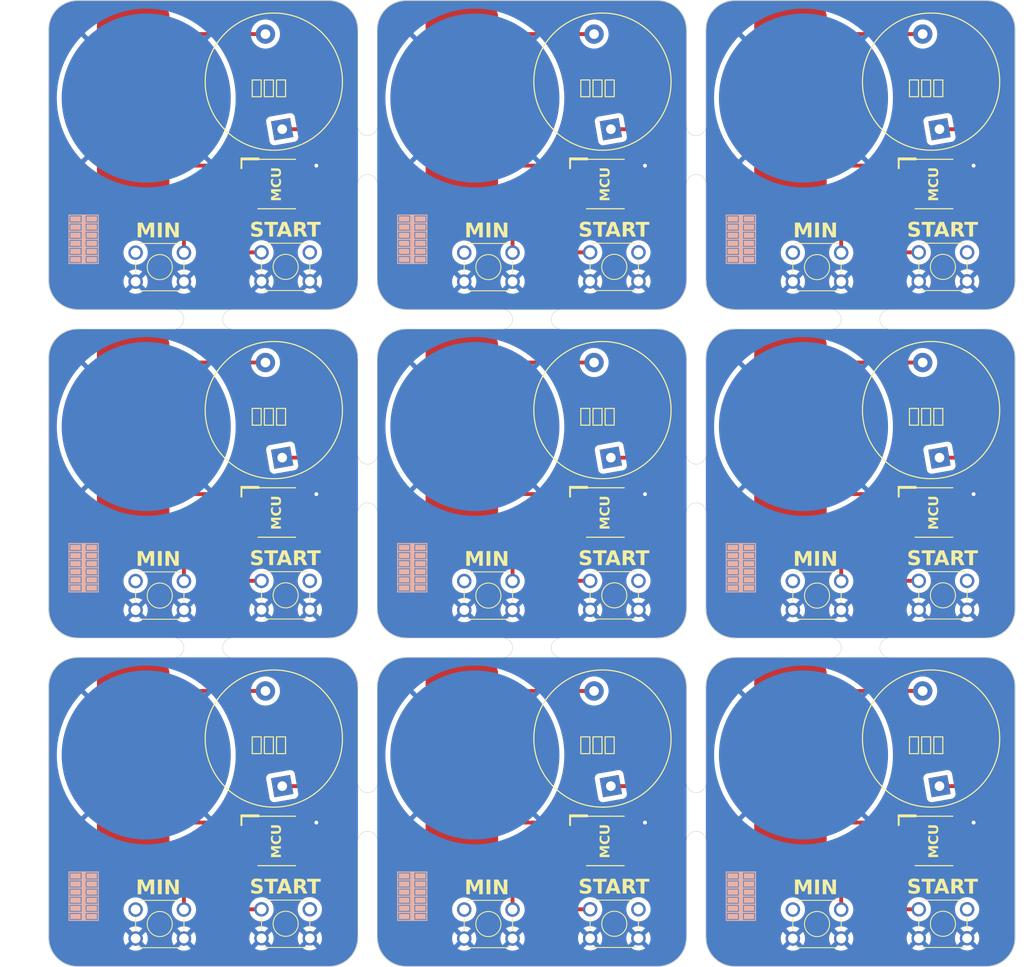
<source format=kicad_pcb>
(kicad_pcb (version 20221018) (generator pcbnew)
  (layers (0 "F.Cu" signal) (31 "B.Cu" signal) (34 "B.Paste" user) (35 "F.Paste" user) (36 "B.SilkS" user "B.Silkscreen") (37 "F.SilkS" user "F.Silkscreen") (38 "B.Mask" user) (39 "F.Mask" user) (44 "Edge.Cuts" user))
  (net 0 "")
  (net 1 "+3V0")
  (net 2 "GND")
  (net 3 "Net-(BZ1--)")
  (net 4 "Net-(IC1-PA7)")
  (net 5 "Net-(IC1-PA6)")
  (footprint "clover_timer:CR2032_Plus" (layer "F.Cu") (at 124 60.5)
    (fp_text reference "J3" hide)
    (fp_text value "CR2032_Plus")
  )
  (footprint "Buzzer_Beeper:Buzzer_D14mm_H7mm_P10mm" (layer "F.Cu") (at 148.168241 131.324039 100)
    (fp_text reference "BZ8" hide)
    (fp_text value "Buzzer")
  )
  (footprint "clover_timer:SW_TS4548CJ" (layer "F.Cu") (at 112.025 144.075)
    (fp_text reference "SW14" hide)
    (fp_text value "SW_Push")
  )
  (footprint "clover_timer:CR2032_Plus" (layer "F.Cu") (at 90 128.5)
    (fp_text reference "J13" hide)
    (fp_text value "CR2032_Plus")
  )
  (footprint "clover_timer:CR2032_Plus" (layer "F.Cu") (at 90 94.5)
    (fp_text reference "J7" hide)
    (fp_text value "CR2032_Plus")
  )
  (footprint "clover_timer:SW_TS4548CJ" (layer "F.Cu") (at 146.025 144.075)
    (fp_text reference "SW16" hide)
    (fp_text value "SW_Push")
  )
  (footprint "Package_SO:SOP-8_3.9x4.9mm_P1.27mm" (layer "F.Cu") (at 181.6 69)
    (fp_text reference "IC3" hide)
    (fp_text value "PMS150G-S08")
  )
  (footprint "clover_timer:SW_TS4548CJ" (layer "F.Cu") (at 133 110.1)
    (fp_text reference "SW9" hide)
    (fp_text value "SW_Push")
  )
  (footprint "clover_timer:SW_TS4548CJ" (layer "F.Cu") (at 167 76.1)
    (fp_text reference "SW5" hide)
    (fp_text value "SW_Push")
  )
  (footprint "clover_timer:SW_TS4548CJ" (layer "F.Cu") (at 167 110.1)
    (fp_text reference "SW11" hide)
    (fp_text value "SW_Push")
  )
  (footprint "Package_SO:SOP-8_3.9x4.9mm_P1.27mm" (layer "F.Cu") (at 147.6 103)
    (fp_text reference "IC5" hide)
    (fp_text value "PMS150G-S08")
  )
  (footprint "clover_timer:SW_TS4548CJ" (layer "F.Cu") (at 112.025 76.075)
    (fp_text reference "SW2" hide)
    (fp_text value "SW_Push")
  )
  (footprint "clover_timer:CR2032_Plus" (layer "F.Cu") (at 124 94.5)
    (fp_text reference "J9" hide)
    (fp_text value "CR2032_Plus")
  )
  (footprint "clover_timer:SW_TS4548CJ" (layer "F.Cu") (at 180.025 144.075)
    (fp_text reference "SW18" hide)
    (fp_text value "SW_Push")
  )
  (footprint "clover_timer:SW_TS4548CJ" (layer "F.Cu") (at 99 110.1)
    (fp_text reference "SW7" hide)
    (fp_text value "SW_Push")
  )
  (footprint "clover_timer:SW_TS4548CJ" (layer "F.Cu") (at 146.025 110.075)
    (fp_text reference "SW10" hide)
    (fp_text value "SW_Push")
  )
  (footprint "clover_timer:SW_TS4548CJ" (layer "F.Cu") (at 167 144.1)
    (fp_text reference "SW17" hide)
    (fp_text value "SW_Push")
  )
  (footprint "clover_timer:CR2032_Plus" (layer "F.Cu") (at 124 128.5)
    (fp_text reference "J15" hide)
    (fp_text value "CR2032_Plus")
  )
  (footprint "Package_SO:SOP-8_3.9x4.9mm_P1.27mm" (layer "F.Cu") (at 147.6 69)
    (fp_text reference "IC2" hide)
    (fp_text value "PMS150G-S08")
  )
  (footprint "clover_timer:SW_TS4548CJ" (layer "F.Cu") (at 99 144.1)
    (fp_text reference "SW13" hide)
    (fp_text value "SW_Push")
  )
  (footprint "clover_timer:SW_TS4548CJ" (layer "F.Cu") (at 133 76.1)
    (fp_text reference "SW3" hide)
    (fp_text value "SW_Push")
  )
  (footprint "Buzzer_Beeper:Buzzer_D14mm_H7mm_P10mm" (layer "F.Cu") (at 148.168241 97.324039 100)
    (fp_text reference "BZ5" hide)
    (fp_text value "Buzzer")
  )
  (footprint "clover_timer:CR2032_Plus" (layer "F.Cu") (at 90 60.5)
    (fp_text reference "J1" hide)
    (fp_text value "CR2032_Plus")
  )
  (footprint "Buzzer_Beeper:Buzzer_D14mm_H7mm_P10mm" (layer "F.Cu") (at 182.168241 131.324039 100)
    (fp_text reference "BZ9" hide)
    (fp_text value "Buzzer")
  )
  (footprint "Buzzer_Beeper:Buzzer_D14mm_H7mm_P10mm" (layer "F.Cu") (at 114.168241 131.324039 100)
    (fp_text reference "BZ7" hide)
    (fp_text value "Buzzer")
  )
  (footprint "clover_timer:SW_TS4548CJ" (layer "F.Cu") (at 112.025 110.075)
    (fp_text reference "SW8" hide)
    (fp_text value "SW_Push")
  )
  (footprint "Package_SO:SOP-8_3.9x4.9mm_P1.27mm" (layer "F.Cu") (at 147.6 137)
    (fp_text reference "IC8" hide)
    (fp_text value "PMS150G-S08")
  )
  (footprint "Package_SO:SOP-8_3.9x4.9mm_P1.27mm" (layer "F.Cu") (at 113.6 69)
    (fp_text reference "IC1" hide)
    (fp_text value "PMS150G-S08")
  )
  (footprint "clover_timer:SW_TS4548CJ" (layer "F.Cu") (at 133 144.1)
    (fp_text reference "SW15" hide)
    (fp_text value "SW_Push")
  )
  (footprint "clover_timer:SW_TS4548CJ" (layer "F.Cu") (at 180.025 76.075)
    (fp_text reference "SW6" hide)
    (fp_text value "SW_Push")
  )
  (footprint "clover_timer:SW_TS4548CJ" (layer "F.Cu") (at 180.025 110.075)
    (fp_text reference "SW12" hide)
    (fp_text value "SW_Push")
  )
  (footprint "Package_SO:SOP-8_3.9x4.9mm_P1.27mm" (layer "F.Cu") (at 113.6 137)
    (fp_text reference "IC7" hide)
    (fp_text value "PMS150G-S08")
  )
  (footprint "clover_timer:SW_TS4548CJ" (layer "F.Cu") (at 146.025 76.075)
    (fp_text reference "SW4" hide)
    (fp_text value "SW_Push")
  )
  (footprint "clover_timer:SW_TS4548CJ" (layer "F.Cu") (at 99 76.1)
    (fp_text reference "SW1" hide)
    (fp_text value "SW_Push")
  )
  (footprint "Package_SO:SOP-8_3.9x4.9mm_P1.27mm" (layer "F.Cu") (at 181.6 103)
    (fp_text reference "IC6" hide)
    (fp_text value "PMS150G-S08")
  )
  (footprint "clover_timer:CR2032_Plus" (layer "F.Cu") (at 158 94.5)
    (fp_text reference "J11" hide)
    (fp_text value "CR2032_Plus")
  )
  (footprint "Package_SO:SOP-8_3.9x4.9mm_P1.27mm" (layer "F.Cu") (at 181.6 137)
    (fp_text reference "IC9" hide)
    (fp_text value "PMS150G-S08")
  )
  (footprint "Package_SO:SOP-8_3.9x4.9mm_P1.27mm" (layer "F.Cu") (at 113.6 103)
    (fp_text reference "IC4" hide)
    (fp_text value "PMS150G-S08")
  )
  (footprint "Buzzer_Beeper:Buzzer_D14mm_H7mm_P10mm" (layer "F.Cu") (at 114.168241 97.324039 100)
    (fp_text reference "BZ4" hide)
    (fp_text value "Buzzer")
  )
  (footprint "Buzzer_Beeper:Buzzer_D14mm_H7mm_P10mm" (layer "F.Cu") (at 114.168241 63.324039 100)
    (fp_text reference "BZ1" hide)
    (fp_text value "Buzzer")
  )
  (footprint "Buzzer_Beeper:Buzzer_D14mm_H7mm_P10mm" (layer "F.Cu") (at 182.168241 63.324039 100)
    (fp_text reference "BZ3" hide)
    (fp_text value "Buzzer")
  )
  (footprint "Buzzer_Beeper:Buzzer_D14mm_H7mm_P10mm" (layer "F.Cu") (at 148.168241 63.324039 100)
    (fp_text reference "BZ2" hide)
    (fp_text value "Buzzer")
  )
  (footprint "Buzzer_Beeper:Buzzer_D14mm_H7mm_P10mm" (layer "F.Cu") (at 182.168241 97.324039 100)
    (fp_text reference "BZ6" hide)
    (fp_text value "Buzzer")
  )
  (footprint "clover_timer:CR2032_Plus" (layer "F.Cu") (at 158 128.5)
    (fp_text reference "J17" hide)
    (fp_text value "CR2032_Plus")
  )
  (footprint "clover_timer:CR2032_Plus" (layer "F.Cu") (at 158 60.5)
    (fp_text reference "J5" hide)
    (fp_text value "CR2032_Plus")
  )
  (footprint "clover_timer:CR2032_GND" (layer "B.Cu") (at 134.1 60.1 180)
    (fp_text reference "J4" hide)
    (fp_text value "CR2032_Minus")
  )
  (footprint "clover_timer:CR2032_GND" (layer "B.Cu") (at 100.1 60.1 180)
    (fp_text reference "J2" hide)
    (fp_text value "CR2032_Minus")
  )
  (footprint "clover_timer:CR2032_GND" (layer "B.Cu") (at 100.1 94.1 180)
    (fp_text reference "J8" hide)
    (fp_text value "CR2032_Minus")
  )
  (footprint "clover_timer:CR2032_GND" (layer "B.Cu") (at 168.1 94.1 180)
    (fp_text reference "J12" hide)
    (fp_text value "CR2032_Minus")
  )
  (footprint "clover_timer:CR2032_GND" (layer "B.Cu") (at 134.1 94.1 180)
    (fp_text reference "J10" hide)
    (fp_text value "CR2032_Minus")
  )
  (footprint "clover_timer:CR2032_GND" (layer "B.Cu") (at 100.1 128.1 180)
    (fp_text reference "J14" hide)
    (fp_text value "CR2032_Minus")
  )
  (footprint "clover_timer:CR2032_GND" (layer "B.Cu") (at 134.1 128.1 180)
    (fp_text reference "J16" hide)
    (fp_text value "CR2032_Minus")
  )
  (footprint "clover_timer:CR2032_GND" (layer "B.Cu") (at 168.1 128.1 180)
    (fp_text reference "J18" hide)
    (fp_text value "CR2032_Minus")
  )
  (footprint "clover_timer:CR2032_GND" (layer "B.Cu") (at 168.1 60.1 180)
    (fp_text reference "J6" hide)
    (fp_text value "CR2032_Minus")
  )
  (gr_arc (start 153 118) (mid 155.12132 118.87868) (end 156 121) (stroke (width 0.1)) (layer "Edge.Cuts"))
  (gr_line (start 122 69) (end 122 79) (stroke (width 0.05)) (layer "Edge.Cuts"))
  (gr_line (start 137 82) (end 127 82) (stroke (width 0.05)) (layer "Edge.Cuts"))
  (gr_line (start 161 150) (end 187 150) (stroke (width 0.1)) (layer "Edge.Cuts"))
  (gr_line (start 127 150) (end 153 150) (stroke (width 0.1)) (layer "Edge.Cuts"))
  (gr_arc (start 161 116) (mid 158.87868 115.12132) (end 158 113) (stroke (width 0.1)) (layer "Edge.Cuts"))
  (gr_arc (start 124 121) (mid 124.87868 118.87868) (end 127 118) (stroke (width 0.1)) (layer "Edge.Cuts"))
  (gr_line (start 143 84) (end 153 84) (stroke (width 0.05)) (layer "Edge.Cuts"))
  (gr_arc (start 187 50) (mid 189.12132 50.87868) (end 190 53) (stroke (width 0.1)) (layer "Edge.Cuts"))
  (gr_line (start 109 118) (end 119 118) (stroke (width 0.05)) (layer "Edge.Cuts"))
  (gr_arc (start 156 113) (mid 155.12132 115.12132) (end 153 116) (stroke (width 0.1)) (layer "Edge.Cuts"))
  (gr_line (start 127 118) (end 137 118) (stroke (width 0.05)) (layer "Edge.Cuts"))
  (gr_arc (start 171 116) (mid 172 117) (end 171 118) (stroke (width 0.05)) (layer "Edge.Cuts"))
  (gr_arc (start 109 84) (mid 108 83) (end 109 82) (stroke (width 0.05)) (layer "Edge.Cuts"))
  (gr_arc (start 122 103) (mid 123 102) (end 124 103) (stroke (width 0.05)) (layer "Edge.Cuts"))
  (gr_arc (start 122 79) (mid 121.12132 81.12132) (end 119 82) (stroke (width 0.1)) (layer "Edge.Cuts"))
  (gr_arc (start 143 118) (mid 142 117) (end 143 116) (stroke (width 0.05)) (layer "Edge.Cuts"))
  (gr_line (start 93 150) (end 119 150) (stroke (width 0.1)) (layer "Edge.Cuts"))
  (gr_line (start 90 53) (end 90 79) (stroke (width 0.1)) (layer "Edge.Cuts"))
  (gr_arc (start 156 69) (mid 157 68) (end 158 69) (stroke (width 0.05)) (layer "Edge.Cuts"))
  (gr_arc (start 93 82) (mid 90.87868 81.12132) (end 90 79) (stroke (width 0.1)) (layer "Edge.Cuts"))
  (gr_line (start 122 87) (end 122 97) (stroke (width 0.05)) (layer "Edge.Cuts"))
  (gr_arc (start 93 116) (mid 90.87868 115.12132) (end 90 113) (stroke (width 0.1)) (layer "Edge.Cuts"))
  (gr_line (start 124 97) (end 124 87) (stroke (width 0.05)) (layer "Edge.Cuts"))
  (gr_line (start 171 116) (end 161 116) (stroke (width 0.05)) (layer "Edge.Cuts"))
  (gr_arc (start 143 84) (mid 142 83) (end 143 82) (stroke (width 0.05)) (layer "Edge.Cuts"))
  (gr_arc (start 156 103) (mid 157 102) (end 158 103) (stroke (width 0.05)) (layer "Edge.Cuts"))
  (gr_line (start 177 84) (end 187 84) (stroke (width 0.05)) (layer "Edge.Cuts"))
  (gr_line (start 171 82) (end 161 82) (stroke (width 0.05)) (layer "Edge.Cuts"))
  (gr_arc (start 161 150) (mid 158.87868 149.12132) (end 158 147) (stroke (width 0.1)) (layer "Edge.Cuts"))
  (gr_arc (start 156 79) (mid 155.12132 81.12132) (end 153 82) (stroke (width 0.1)) (layer "Edge.Cuts"))
  (gr_arc (start 127 116) (mid 124.87868 115.12132) (end 124 113) (stroke (width 0.1)) (layer "Edge.Cuts"))
  (gr_line (start 119 50) (end 93 50) (stroke (width 0.1)) (layer "Edge.Cuts"))
  (gr_line (start 143 116) (end 153 116) (stroke (width 0.05)) (layer "Edge.Cuts"))
  (gr_line (start 153 50) (end 127 50) (stroke (width 0.1)) (layer "Edge.Cuts"))
  (gr_arc (start 119 84) (mid 121.12132 84.87868) (end 122 87) (stroke (width 0.1)) (layer "Edge.Cuts"))
  (gr_arc (start 137 82) (mid 138 83) (end 137 84) (stroke (width 0.05)) (layer "Edge.Cuts"))
  (gr_line (start 124 131) (end 124 121) (stroke (width 0.05)) (layer "Edge.Cuts"))
  (gr_line (start 156 131) (end 156 121) (stroke (width 0.05)) (layer "Edge.Cuts"))
  (gr_arc (start 158 87) (mid 158.87868 84.87868) (end 161 84) (stroke (width 0.1)) (layer "Edge.Cuts"))
  (gr_arc (start 93 150) (mid 90.87868 149.12132) (end 90 147) (stroke (width 0.1)) (layer "Edge.Cuts"))
  (gr_line (start 158 147) (end 158 137) (stroke (width 0.05)) (layer "Edge.Cuts"))
  (gr_line (start 119 116) (end 109 116) (stroke (width 0.05)) (layer "Edge.Cuts"))
  (gr_line (start 90 121) (end 90 147) (stroke (width 0.1)) (layer "Edge.Cuts"))
  (gr_line (start 124 147) (end 124 137) (stroke (width 0.05)) (layer "Edge.Cuts"))
  (gr_line (start 109 82) (end 119 82) (stroke (width 0.05)) (layer "Edge.Cuts"))
  (gr_arc (start 90 53) (mid 90.87868 50.87868) (end 93 50) (stroke (width 0.1)) (layer "Edge.Cuts"))
  (gr_arc (start 122 69) (mid 123 68) (end 124 69) (stroke (width 0.05)) (layer "Edge.Cuts"))
  (gr_arc (start 171 82) (mid 172 83) (end 171 84) (stroke (width 0.05)) (layer "Edge.Cuts"))
  (gr_line (start 156 97) (end 156 87) (stroke (width 0.05)) (layer "Edge.Cuts"))
  (gr_arc (start 90 121) (mid 90.87868 118.87868) (end 93 118) (stroke (width 0.1)) (layer "Edge.Cuts"))
  (gr_arc (start 90 87) (mid 90.87868 84.87868) (end 93 84) (stroke (width 0.1)) (layer "Edge.Cuts"))
  (gr_arc (start 127 82) (mid 124.87868 81.12132) (end 124 79) (stroke (width 0.1)) (layer "Edge.Cuts"))
  (gr_line (start 103 118) (end 93 118) (stroke (width 0.05)) (layer "Edge.Cuts"))
  (gr_arc (start 156 137) (mid 157 136) (end 158 137) (stroke (width 0.05)) (layer "Edge.Cuts"))
  (gr_line (start 161 84) (end 171 84) (stroke (width 0.05)) (layer "Edge.Cuts"))
  (gr_line (start 122 131) (end 122 121) (stroke (width 0.05)) (layer "Edge.Cuts"))
  (gr_line (start 103 82) (end 93 82) (stroke (width 0.05)) (layer "Edge.Cuts"))
  (gr_line (start 90 87) (end 90 113) (stroke (width 0.1)) (layer "Edge.Cuts"))
  (gr_line (start 127 84) (end 137 84) (stroke (width 0.05)) (layer "Edge.Cuts"))
  (gr_arc (start 190 147) (mid 189.12132 149.12132) (end 187 150) (stroke (width 0.1)) (layer "Edge.Cuts"))
  (gr_line (start 187 50) (end 161 50) (stroke (width 0.1)) (layer "Edge.Cuts"))
  (gr_line (start 143 118) (end 153 118) (stroke (width 0.05)) (layer "Edge.Cuts"))
  (gr_arc (start 190 79) (mid 189.12132 81.12132) (end 187 82) (stroke (width 0.1)) (layer "Edge.Cuts"))
  (gr_arc (start 177 84) (mid 176 83) (end 177 82) (stroke (width 0.05)) (layer "Edge.Cuts"))
  (gr_arc (start 190 113) (mid 189.12132 115.12132) (end 187 116) (stroke (width 0.1)) (layer "Edge.Cuts"))
  (gr_line (start 122 63) (end 122 53) (stroke (width 0.05)) (layer "Edge.Cuts"))
  (gr_arc (start 127 150) (mid 124.87868 149.12132) (end 124 147) (stroke (width 0.1)) (layer "Edge.Cuts"))
  (gr_line (start 103 116) (end 93 116) (stroke (width 0.05)) (layer "Edge.Cuts"))
  (gr_arc (start 122 113) (mid 121.12132 115.12132) (end 119 116) (stroke (width 0.1)) (layer "Edge.Cuts"))
  (gr_arc (start 158 121) (mid 158.87868 118.87868) (end 161 118) (stroke (width 0.1)) (layer "Edge.Cuts"))
  (gr_line (start 137 116) (end 127 116) (stroke (width 0.05)) (layer "Edge.Cuts"))
  (gr_line (start 122 113) (end 122 103) (stroke (width 0.05)) (layer "Edge.Cuts"))
  (gr_line (start 156 103) (end 156 113) (stroke (width 0.05)) (layer "Edge.Cuts"))
  (gr_arc (start 177 118) (mid 176 117) (end 177 116) (stroke (width 0.05)) (layer "Edge.Cuts"))
  (gr_line (start 122 137) (end 122 147) (stroke (width 0.05)) (layer "Edge.Cuts"))
  (gr_arc (start 153 50) (mid 155.12132 50.87868) (end 156 53) (stroke (width 0.1)) (layer "Edge.Cuts"))
  (gr_line (start 190 79) (end 190 53) (stroke (width 0.1)) (layer "Edge.Cuts"))
  (gr_line (start 156 69) (end 156 79) (stroke (width 0.05)) (layer "Edge.Cuts"))
  (gr_line (start 124 63) (end 124 53) (stroke (width 0.05)) (layer "Edge.Cuts"))
  (gr_line (start 158 63) (end 158 53) (stroke (width 0.05)) (layer "Edge.Cuts"))
  (gr_arc (start 187 84) (mid 189.12132 84.87868) (end 190 87) (stroke (width 0.1)) (layer "Edge.Cuts"))
  (gr_line (start 177 118) (end 187 118) (stroke (width 0.05)) (layer "Edge.Cuts"))
  (gr_arc (start 158 63) (mid 157 64) (end 156 63) (stroke (width 0.05)) (layer "Edge.Cuts"))
  (gr_arc (start 124 131) (mid 123 132) (end 122 131) (stroke (width 0.05)) (layer "Edge.Cuts"))
  (gr_arc (start 158 97) (mid 157 98) (end 156 97) (stroke (width 0.05)) (layer "Edge.Cuts"))
  (gr_arc (start 153 84) (mid 155.12132 84.87868) (end 156 87) (stroke (width 0.1)) (layer "Edge.Cuts"))
  (gr_line (start 158 79) (end 158 69) (stroke (width 0.05)) (layer "Edge.Cuts"))
  (gr_arc (start 103 82) (mid 104 83) (end 103 84) (stroke (width 0.05)) (layer "Edge.Cuts"))
  (gr_arc (start 187 118) (mid 189.12132 118.87868) (end 190 121) (stroke (width 0.1)) (layer "Edge.Cuts"))
  (gr_line (start 161 118) (end 171 118) (stroke (width 0.05)) (layer "Edge.Cuts"))
  (gr_arc (start 158 131) (mid 157 132) (end 156 131) (stroke (width 0.05)) (layer "Edge.Cuts"))
  (gr_arc (start 109 118) (mid 108 117) (end 109 116) (stroke (width 0.05)) (layer "Edge.Cuts"))
  (gr_line (start 93 84) (end 103 84) (stroke (width 0.05)) (layer "Edge.Cuts"))
  (gr_arc (start 137 116) (mid 138 117) (end 137 118) (stroke (width 0.05)) (layer "Edge.Cuts"))
  (gr_arc (start 103 116) (mid 104 117) (end 103 118) (stroke (width 0.05)) (layer "Edge.Cuts"))
  (gr_arc (start 124 97) (mid 123 98) (end 122 97) (stroke (width 0.05)) (layer "Edge.Cuts"))
  (gr_line (start 190 147) (end 190 121) (stroke (width 0.1)) (layer "Edge.Cuts"))
  (gr_line (start 177 82) (end 187 82) (stroke (width 0.05)) (layer "Edge.Cuts"))
  (gr_arc (start 124 63) (mid 123 64) (end 122 63) (stroke (width 0.05)) (layer "Edge.Cuts"))
  (gr_arc (start 161 82) (mid 158.87868 81.12132) (end 158 79) (stroke (width 0.1)) (layer "Edge.Cuts"))
  (gr_arc (start 119 118) (mid 121.12132 118.87868) (end 122 121) (stroke (width 0.1)) (layer "Edge.Cuts"))
  (gr_line (start 124 79) (end 124 69) (stroke (width 0.05)) (layer "Edge.Cuts"))
  (gr_line (start 143 82) (end 153 82) (stroke (width 0.05)) (layer "Edge.Cuts"))
  (gr_arc (start 124 87) (mid 124.87868 84.87868) (end 127 84) (stroke (width 0.1)) (layer "Edge.Cuts"))
  (gr_line (start 158 97) (end 158 87) (stroke (width 0.05)) (layer "Edge.Cuts"))
  (gr_line (start 190 113) (end 190 87) (stroke (width 0.1)) (layer "Edge.Cuts"))
  (gr_arc (start 158 53) (mid 158.87868 50.87868) (end 161 50) (stroke (width 0.1)) (layer "Edge.Cuts"))
  (gr_line (start 124 113) (end 124 103) (stroke (width 0.05)) (layer "Edge.Cuts"))
  (gr_line (start 158 131) (end 158 121) (stroke (width 0.05)) (layer "Edge.Cuts"))
  (gr_arc (start 122 147) (mid 121.12132 149.12132) (end 119 150) (stroke (width 0.1)) (layer "Edge.Cuts"))
  (gr_arc (start 124 53) (mid 124.87868 50.87868) (end 127 50) (stroke (width 0.1)) (layer "Edge.Cuts"))
  (gr_line (start 177 116) (end 187 116) (stroke (width 0.05)) (layer "Edge.Cuts"))
  (gr_arc (start 122 137) (mid 123 136) (end 124 137) (stroke (width 0.05)) (layer "Edge.Cuts"))
  (gr_line (start 156 63) (end 156 53) (stroke (width 0.05)) (layer "Edge.Cuts"))
  (gr_line (start 109 84) (end 119 84) (stroke (width 0.05)) (layer "Edge.Cuts"))
  (gr_line (start 158 113) (end 158 103) (stroke (width 0.05)) (layer "Edge.Cuts"))
  (gr_arc (start 156 147) (mid 155.12132 149.12132) (end 153 150) (stroke (width 0.1)) (layer "Edge.Cuts"))
  (gr_arc (start 119 50) (mid 121.12132 50.87868) (end 122 53) (stroke (width 0.1)) (layer "Edge.Cuts"))
  (gr_line (start 156 137) (end 156 147) (stroke (width 0.05)) (layer "Edge.Cuts"))
  (gr_text "センサー街道\nプロジェクト" (at 95 72.2 90) (layer "B.SilkS" knockout) (effects (font (size 1 1) (thickness 0.125)) (justify left bottom mirror)))
  (gr_text "センサー街道\nプロジェクト" (at 163 106.2 90) (layer "B.SilkS" knockout) (effects (font (size 1 1) (thickness 0.125)) (justify left bottom mirror)))
  (gr_text "センサー街道\nプロジェクト" (at 129 140.2 90) (layer "B.SilkS" knockout) (effects (font (size 1 1) (thickness 0.125)) (justify left bottom mirror)))
  (gr_text "センサー街道\nプロジェクト" (at 163 140.2 90) (layer "B.SilkS" knockout) (effects (font (size 1 1) (thickness 0.125)) (justify left bottom mirror)))
  (gr_text "センサー街道\nプロジェクト" (at 95 106.2 90) (layer "B.SilkS" knockout) (effects (font (size 1 1) (thickness 0.125)) (justify left bottom mirror)))
  (gr_text "センサー街道\nプロジェクト" (at 95 140.2 90) (layer "B.SilkS" knockout) (effects (font (size 1 1) (thickness 0.125)) (justify left bottom mirror)))
  (gr_text "センサー街道\nプロジェクト" (at 129 72.2 90) (layer "B.SilkS" knockout) (effects (font (size 1 1) (thickness 0.125)) (justify left bottom mirror)))
  (gr_text "センサー街道\nプロジェクト" (at 129 106.2 90) (layer "B.SilkS" knockout) (effects (font (size 1 1) (thickness 0.125)) (justify left bottom mirror)))
  (gr_text "センサー街道\nプロジェクト" (at 163 72.2 90) (layer "B.SilkS" knockout) (effects (font (size 1 1) (thickness 0.125)) (justify left bottom mirror)))
  (gr_text "ブザー" (at 110.9 93.9) (layer "F.SilkS") (effects (font (size 1.5 1.5) (thickness 0.3) bold) (justify left bottom)))
  (gr_text "MCU" (at 182.2 138.8 90) (layer "F.SilkS") (effects (font (size 1 1) (thickness 0.25) bold) (justify left bottom)))
  (gr_text "START" (at 178.8 74.7) (layer "F.SilkS") (effects (font (size 1.5 1.5) (thickness 0.3) bold) (justify left bottom)))
  (gr_text "MCU" (at 182.2 70.8 90) (layer "F.SilkS") (effects (font (size 1 1) (thickness 0.25) bold) (justify left bottom)))
  (gr_text "ブザー" (at 144.9 59.9) (layer "F.SilkS") (effects (font (size 1.5 1.5) (thickness 0.3) bold) (justify left bottom)))
  (gr_text "MCU" (at 114.2 138.8 90) (layer "F.SilkS") (effects (font (size 1 1) (thickness 0.25) bold) (justify left bottom)))
  (gr_text "ブザー" (at 110.9 127.9) (layer "F.SilkS") (effects (font (size 1.5 1.5) (thickness 0.3) bold) (justify left bottom)))
  (gr_text "START" (at 110.8 74.7) (layer "F.SilkS") (effects (font (size 1.5 1.5) (thickness 0.3) bold) (justify left bottom)))
  (gr_text "MIN" (at 99.025 142.775) (layer "F.SilkS") (effects (font (size 1.5 1.5) (thickness 0.3) bold) (justify left bottom)))
  (gr_text "MCU" (at 114.2 70.8 90) (layer "F.SilkS") (effects (font (size 1 1) (thickness 0.25) bold) (justify left bottom)))
  (gr_text "START" (at 144.8 74.7) (layer "F.SilkS") (effects (font (size 1.5 1.5) (thickness 0.3) bold) (justify left bottom)))
  (gr_text "MCU" (at 148.2 104.8 90) (layer "F.SilkS") (effects (font (size 1 1) (thickness 0.25) bold) (justify left bottom)))
  (gr_text "MIN" (at 167.025 74.775) (layer "F.SilkS") (effects (font (size 1.5 1.5) (thickness 0.3) bold) (justify left bottom)))
  (gr_text "START" (at 110.8 142.7) (layer "F.SilkS") (effects (font (size 1.5 1.5) (thickness 0.3) bold) (justify left bottom)))
  (gr_text "START" (at 110.8 108.7) (layer "F.SilkS") (effects (font (size 1.5 1.5) (thickness 0.3) bold) (justify left bottom)))
  (gr_text "MIN" (at 167.025 142.775) (layer "F.SilkS") (effects (font (size 1.5 1.5) (thickness 0.3) bold) (justify left bottom)))
  (gr_text "START" (at 144.8 142.7) (layer "F.SilkS") (effects (font (size 1.5 1.5) (thickness 0.3) bold) (justify left bottom)))
  (gr_text "MCU" (at 148.2 70.8 90) (layer "F.SilkS") (effects (font (size 1 1) (thickness 0.25) bold) (justify left bottom)))
  (gr_text "ブザー" (at 178.9 93.9) (layer "F.SilkS") (effects (font (size 1.5 1.5) (thickness 0.3) bold) (justify left bottom)))
  (gr_text "START" (at 178.8 142.7) (layer "F.SilkS") (effects (font (size 1.5 1.5) (thickness 0.3) bold) (justify left bottom)))
  (gr_text "MIN" (at 99.025 74.775) (layer "F.SilkS") (effects (font (size 1.5 1.5) (thickness 0.3) bold) (justify left bottom)))
  (gr_text "MCU" (at 182.2 104.8 90) (layer "F.SilkS") (effects (font (size 1 1) (thickness 0.25) bold) (justify left bottom)))
  (gr_text "START" (at 144.8 108.7) (layer "F.SilkS") (effects (font (size 1.5 1.5) (thickness 0.3) bold) (justify left bottom)))
  (gr_text "ブザー" (at 144.9 93.9) (layer "F.SilkS") (effects (font (size 1.5 1.5) (thickness 0.3) bold) (justify left bottom)))
  (gr_text "MIN" (at 133.025 74.775) (layer "F.SilkS") (effects (font (size 1.5 1.5) (thickness 0.3) bold) (justify left bottom)))
  (gr_text "ブザー" (at 144.9 127.9) (layer "F.SilkS") (effects (font (size 1.5 1.5) (thickness 0.3) bold) (justify left bottom)))
  (gr_text "ブザー" (at 110.9 59.9) (layer "F.SilkS") (effects (font (size 1.5 1.5) (thickness 0.3) bold) (justify left bottom)))
  (gr_text "MIN" (at 133.025 142.775) (layer "F.SilkS") (effects (font (size 1.5 1.5) (thickness 0.3) bold) (justify left bottom)))
  (gr_text "MIN" (at 133.025 108.775) (layer "F.SilkS") (effects (font (size 1.5 1.5) (thickness 0.3) bold) (justify left bottom)))
  (gr_text "ブザー" (at 178.9 59.9) (layer "F.SilkS") (effects (font (size 1.5 1.5) (thickness 0.3) bold) (justify left bottom)))
  (gr_text "MCU" (at 148.2 138.8 90) (layer "F.SilkS") (effects (font (size 1 1) (thickness 0.25) bold) (justify left bottom)))
  (gr_text "START" (at 178.8 108.7) (layer "F.SilkS") (effects (font (size 1.5 1.5) (thickness 0.3) bold) (justify left bottom)))
  (gr_text "MIN" (at 99.025 108.775) (layer "F.SilkS") (effects (font (size 1.5 1.5) (thickness 0.3) bold) (justify left bottom)))
  (gr_text "MIN" (at 167.025 108.775) (layer "F.SilkS") (effects (font (size 1.5 1.5) (thickness 0.3) bold) (justify left bottom)))
  (gr_text "ブザー" (at 178.9 127.9) (layer "F.SilkS") (effects (font (size 1.5 1.5) (thickness 0.3) bold) (justify left bottom)))
  (gr_text "MCU" (at 114.2 104.8 90) (layer "F.SilkS") (effects (font (size 1 1) (thickness 0.25) bold) (justify left bottom)))
  (segment (start 132.75 130.75) (end 137.095 135.095) (width 0.4) (layer "F.Cu") (net 1))
  (segment (start 136.524039 87.475961) (end 132.75 91.25) (width 0.4) (layer "F.Cu") (net 1))
  (segment (start 166.75 96.75) (end 171.095 101.095) (width 0.4) (layer "F.Cu") (net 1))
  (segment (start 171.095 67.095) (end 178.975 67.095) (width 0.4) (layer "F.Cu") (net 1))
  (segment (start 98.75 94.5) (end 98.75 96.75) (width 0.4) (layer "F.Cu") (net 1))
  (segment (start 166.75 57.25) (end 166.75 60.5) (width 0.4) (layer "F.Cu") (net 1))
  (segment (start 103.095 101.095) (end 110.975 101.095) (width 0.4) (layer "F.Cu") (net 1))
  (segment (start 137.095 67.095) (end 144.975 67.095) (width 0.4) (layer "F.Cu") (net 1))
  (segment (start 98.75 96.75) (end 103.095 101.095) (width 0.4) (layer "F.Cu") (net 1))
  (segment (start 98.75 91.25) (end 98.75 94.5) (width 0.4) (layer "F.Cu") (net 1))
  (segment (start 166.75 94.5) (end 166.75 96.75) (width 0.4) (layer "F.Cu") (net 1))
  (segment (start 166.75 62.75) (end 171.095 67.095) (width 0.4) (layer "F.Cu") (net 1))
  (segment (start 98.75 62.75) (end 103.095 67.095) (width 0.4) (layer "F.Cu") (net 1))
  (segment (start 136.524039 53.475961) (end 132.75 57.25) (width 0.4) (layer "F.Cu") (net 1))
  (segment (start 180.431759 121.475961) (end 170.524039 121.475961) (width 0.4) (layer "F.Cu") (net 1))
  (segment (start 98.75 130.75) (end 103.095 135.095) (width 0.4) (layer "F.Cu") (net 1))
  (segment (start 166.75 91.25) (end 166.75 94.5) (width 0.4) (layer "F.Cu") (net 1))
  (segment (start 180.431759 53.475961) (end 170.524039 53.475961) (width 0.4) (layer "F.Cu") (net 1))
  (segment (start 112.431759 121.475961) (end 102.524039 121.475961) (width 0.4) (layer "F.Cu") (net 1))
  (segment (start 102.524039 87.475961) (end 98.75 91.25) (width 0.4) (layer "F.Cu") (net 1))
  (segment (start 137.095 101.095) (end 144.975 101.095) (width 0.4) (layer "F.Cu") (net 1))
  (segment (start 137.095 135.095) (end 144.975 135.095) (width 0.4) (layer "F.Cu") (net 1))
  (segment (start 102.524039 53.475961) (end 98.75 57.25) (width 0.4) (layer "F.Cu") (net 1))
  (segment (start 132.75 62.75) (end 137.095 67.095) (width 0.4) (layer "F.Cu") (net 1))
  (segment (start 170.524039 87.475961) (end 166.75 91.25) (width 0.4) (layer "F.Cu") (net 1))
  (segment (start 136.524039 121.475961) (end 132.75 125.25) (width 0.4) (layer "F.Cu") (net 1))
  (segment (start 166.75 60.5) (end 166.75 62.75) (width 0.4) (layer "F.Cu") (net 1))
  (segment (start 132.75 60.5) (end 132.75 62.75) (width 0.4) (layer "F.Cu") (net 1))
  (segment (start 112.431759 87.475961) (end 102.524039 87.475961) (width 0.4) (layer "F.Cu") (net 1))
  (segment (start 170.524039 53.475961) (end 166.75 57.25) (width 0.4) (layer "F.Cu") (net 1))
  (segment (start 132.75 128.5) (end 132.75 130.75) (width 0.4) (layer "F.Cu") (net 1))
  (segment (start 180.431759 87.475961) (end 170.524039 87.475961) (width 0.4) (layer "F.Cu") (net 1))
  (segment (start 132.75 57.25) (end 132.75 60.5) (width 0.4) (layer "F.Cu") (net 1))
  (segment (start 103.095 135.095) (end 110.975 135.095) (width 0.4) (layer "F.Cu") (net 1))
  (segment (start 112.431759 53.475961) (end 102.524039 53.475961) (width 0.4) (layer "F.Cu") (net 1))
  (segment (start 98.75 57.25) (end 98.75 60.5) (width 0.4) (layer "F.Cu") (net 1))
  (segment (start 171.095 135.095) (end 178.975 135.095) (width 0.4) (layer "F.Cu") (net 1))
  (segment (start 98.75 60.5) (end 98.75 62.75) (width 0.4) (layer "F.Cu") (net 1))
  (segment (start 98.75 125.25) (end 98.75 128.5) (width 0.4) (layer "F.Cu") (net 1))
  (segment (start 103.095 67.095) (end 110.975 67.095) (width 0.4) (layer "F.Cu") (net 1))
  (segment (start 166.75 125.25) (end 166.75 128.5) (width 0.4) (layer "F.Cu") (net 1))
  (segment (start 146.431759 121.475961) (end 136.524039 121.475961) (width 0.4) (layer "F.Cu") (net 1))
  (segment (start 132.75 96.75) (end 137.095 101.095) (width 0.4) (layer "F.Cu") (net 1))
  (segment (start 132.75 94.5) (end 132.75 96.75) (width 0.4) (layer "F.Cu") (net 1))
  (segment (start 132.75 91.25) (end 132.75 94.5) (width 0.4) (layer "F.Cu") (net 1))
  (segment (start 166.75 130.75) (end 171.095 135.095) (width 0.4) (layer "F.Cu") (net 1))
  (segment (start 171.095 101.095) (end 178.975 101.095) (width 0.4) (layer "F.Cu") (net 1))
  (segment (start 166.75 128.5) (end 166.75 130.75) (width 0.4) (layer "F.Cu") (net 1))
  (segment (start 146.431759 87.475961) (end 136.524039 87.475961) (width 0.4) (layer "F.Cu") (net 1))
  (segment (start 132.75 125.25) (end 132.75 128.5) (width 0.4) (layer "F.Cu") (net 1))
  (segment (start 102.524039 121.475961) (end 98.75 125.25) (width 0.4) (layer "F.Cu") (net 1))
  (segment (start 170.524039 121.475961) (end 166.75 125.25) (width 0.4) (layer "F.Cu") (net 1))
  (segment (start 98.75 128.5) (end 98.75 130.75) (width 0.4) (layer "F.Cu") (net 1))
  (segment (start 146.431759 53.475961) (end 136.524039 53.475961) (width 0.4) (layer "F.Cu") (net 1))
  (segment (start 150.225 101.095) (end 151.695 101.095) (width 0.4) (layer "F.Cu") (net 2))
  (segment (start 184.225 101.095) (end 185.695 101.095) (width 0.4) (layer "F.Cu") (net 2))
  (segment (start 151.695 101.095) (end 151.7 101.1) (width 0.4) (layer "F.Cu") (net 2))
  (segment (start 185.695 101.095) (end 185.7 101.1) (width 0.4) (layer "F.Cu") (net 2))
  (segment (start 151.695 135.095) (end 151.7 135.1) (width 0.4) (layer "F.Cu") (net 2))
  (segment (start 117.695 67.095) (end 117.7 67.1) (width 0.4) (layer "F.Cu") (net 2))
  (segment (start 151.695 67.095) (end 151.7 67.1) (width 0.4) (layer "F.Cu") (net 2))
  (segment (start 184.225 67.095) (end 185.695 67.095) (width 0.4) (layer "F.Cu") (net 2))
  (segment (start 150.225 67.095) (end 151.695 67.095) (width 0.4) (layer "F.Cu") (net 2))
  (segment (start 116.225 135.095) (end 117.695 135.095) (width 0.4) (layer "F.Cu") (net 2))
  (segment (start 117.695 135.095) (end 117.7 135.1) (width 0.4) (layer "F.Cu") (net 2))
  (segment (start 117.695 101.095) (end 117.7 101.1) (width 0.4) (layer "F.Cu") (net 2))
  (segment (start 185.695 135.095) (end 185.7 135.1) (width 0.4) (layer "F.Cu") (net 2))
  (segment (start 184.225 135.095) (end 185.695 135.095) (width 0.4) (layer "F.Cu") (net 2))
  (segment (start 116.225 67.095) (end 117.695 67.095) (width 0.4) (layer "F.Cu") (net 2))
  (segment (start 116.225 101.095) (end 117.695 101.095) (width 0.4) (layer "F.Cu") (net 2))
  (segment (start 185.695 67.095) (end 185.7 67.1) (width 0.4) (layer "F.Cu") (net 2))
  (segment (start 150.225 135.095) (end 151.695 135.095) (width 0.4) (layer "F.Cu") (net 2))
  (via (at 117.7 67.1) (size 0.8) (drill 0.4) (layers "F.Cu" "B.Cu") (net 2))
  (via (at 117.7 101.1) (size 0.8) (drill 0.4) (layers "F.Cu" "B.Cu") (net 2))
  (via (at 117.7 135.1) (size 0.8) (drill 0.4) (layers "F.Cu" "B.Cu") (net 2))
  (via (at 185.7 67.1) (size 0.8) (drill 0.4) (layers "F.Cu" "B.Cu") (net 2))
  (via (at 185.7 101.1) (size 0.8) (drill 0.4) (layers "F.Cu" "B.Cu") (net 2))
  (via (at 151.7 67.1) (size 0.8) (drill 0.4) (layers "F.Cu" "B.Cu") (net 2))
  (via (at 151.7 101.1) (size 0.8) (drill 0.4) (layers "F.Cu" "B.Cu") (net 2))
  (via (at 185.7 135.1) (size 0.8) (drill 0.4) (layers "F.Cu" "B.Cu") (net 2))
  (via (at 151.7 135.1) (size 0.8) (drill 0.4) (layers "F.Cu" "B.Cu") (net 2))
  (segment (start 152.8 133.5) (end 150.624039 131.324039) (width 0.4) (layer "F.Cu") (net 3))
  (segment (start 151.495 70.905) (end 152.8 69.6) (width 0.4) (layer "F.Cu") (net 3))
  (segment (start 152.8 65.5) (end 150.624039 63.324039) (width 0.4) (layer "F.Cu") (net 3))
  (segment (start 116.624039 97.324039) (end 114.168241 97.324039) (width 0.4) (layer "F.Cu") (net 3))
  (segment (start 185.495 138.905) (end 186.8 137.6) (width 0.4) (layer "F.Cu") (net 3))
  (segment (start 118.8 103.6) (end 118.8 99.5) (width 0.4) (layer "F.Cu") (net 3))
  (segment (start 116.225 104.905) (end 117.495 104.905) (width 0.4) (layer "F.Cu") (net 3))
  (segment (start 117.495 70.905) (end 118.8 69.6) (width 0.4) (layer "F.Cu") (net 3))
  (segment (start 150.624039 97.324039) (end 148.168241 97.324039) (width 0.4) (layer "F.Cu") (net 3))
  (segment (start 184.624039 63.324039) (end 182.168241 63.324039) (width 0.4) (layer "F.Cu") (net 3))
  (segment (start 116.225 70.905) (end 117.495 70.905) (width 0.4) (layer "F.Cu") (net 3))
  (segment (start 116.225 138.905) (end 117.495 138.905) (width 0.4) (layer "F.Cu") (net 3))
  (segment (start 150.624039 131.324039) (end 148.168241 131.324039) (width 0.4) (layer "F.Cu") (net 3))
  (segment (start 117.495 138.905) (end 118.8 137.6) (width 0.4) (layer "F.Cu") (net 3))
  (segment (start 184.225 104.905) (end 185.495 104.905) (width 0.4) (layer "F.Cu") (net 3))
  (segment (start 152.8 103.6) (end 152.8 99.5) (width 0.4) (layer "F.Cu") (net 3))
  (segment (start 186.8 137.6) (end 186.8 133.5) (width 0.4) (layer "F.Cu") (net 3))
  (segment (start 152.8 99.5) (end 150.624039 97.324039) (width 0.4) (layer "F.Cu") (net 3))
  (segment (start 186.8 103.6) (end 186.8 99.5) (width 0.4) (layer "F.Cu") (net 3))
  (segment (start 116.624039 63.324039) (end 114.168241 63.324039) (width 0.4) (layer "F.Cu") (net 3))
  (segment (start 118.8 137.6) (end 118.8 133.5) (width 0.4) (layer "F.Cu") (net 3))
  (segment (start 184.225 138.905) (end 185.495 138.905) (width 0.4) (layer "F.Cu") (net 3))
  (segment (start 150.225 104.905) (end 151.495 104.905) (width 0.4) (layer "F.Cu") (net 3))
  (segment (start 186.8 99.5) (end 184.624039 97.324039) (width 0.4) (layer "F.Cu") (net 3))
  (segment (start 151.495 104.905) (end 152.8 103.6) (width 0.4) (layer "F.Cu") (net 3))
  (segment (start 151.495 138.905) (end 152.8 137.6) (width 0.4) (layer "F.Cu") (net 3))
  (segment (start 150.225 70.905) (end 151.495 70.905) (width 0.4) (layer "F.Cu") (net 3))
  (segment (start 150.225 138.905) (end 151.495 138.905) (width 0.4) (layer "F.Cu") (net 3))
  (segment (start 186.8 133.5) (end 184.624039 131.324039) (width 0.4) (layer "F.Cu") (net 3))
  (segment (start 184.225 70.905) (end 185.495 70.905) (width 0.4) (layer "F.Cu") (net 3))
  (segment (start 185.495 70.905) (end 186.8 69.6) (width 0.4) (layer "F.Cu") (net 3))
  (segment (start 184.624039 97.324039) (end 182.168241 97.324039) (width 0.4) (layer "F.Cu") (net 3))
  (segment (start 118.8 133.5) (end 116.624039 131.324039) (width 0.4) (layer "F.Cu") (net 3))
  (segment (start 184.624039 131.324039) (end 182.168241 131.324039) (width 0.4) (layer "F.Cu") (net 3))
  (segment (start 186.8 65.5) (end 184.624039 63.324039) (width 0.4) (layer "F.Cu") (net 3))
  (segment (start 118.8 69.6) (end 118.8 65.5) (width 0.4) (layer "F.Cu") (net 3))
  (segment (start 118.8 65.5) (end 116.624039 63.324039) (width 0.4) (layer "F.Cu") (net 3))
  (segment (start 150.624039 63.324039) (end 148.168241 63.324039) (width 0.4) (layer "F.Cu") (net 3))
  (segment (start 116.624039 131.324039) (end 114.168241 131.324039) (width 0.4) (layer "F.Cu") (net 3))
  (segment (start 118.8 99.5) (end 116.624039 97.324039) (width 0.4) (layer "F.Cu") (net 3))
  (segment (start 186.8 69.6) (end 186.8 65.5) (width 0.4) (layer "F.Cu") (net 3))
  (segment (start 152.8 69.6) (end 152.8 65.5) (width 0.4) (layer "F.Cu") (net 3))
  (segment (start 152.8 137.6) (end 152.8 133.5) (width 0.4) (layer "F.Cu") (net 3))
  (segment (start 117.495 104.905) (end 118.8 103.6) (width 0.4) (layer "F.Cu") (net 3))
  (segment (start 185.495 104.905) (end 186.8 103.6) (width 0.4) (layer "F.Cu") (net 3))
  (segment (start 104 110.1) (end 104 107.5) (width 0.4) (layer "F.Cu") (net 4))
  (segment (start 104 73.5) (end 109.135 68.365) (width 0.4) (layer "F.Cu") (net 4))
  (segment (start 172 73.5) (end 177.135 68.365) (width 0.4) (layer "F.Cu") (net 4))
  (segment (start 177.135 136.365) (end 178.975 136.365) (width 0.4) (layer "F.Cu") (net 4))
  (segment (start 109.135 136.365) (end 110.975 136.365) (width 0.4) (layer "F.Cu") (net 4))
  (segment (start 138 144.1) (end 138 141.5) (width 0.4) (layer "F.Cu") (net 4))
  (segment (start 172 144.1) (end 172 141.5) (width 0.4) (layer "F.Cu") (net 4))
  (segment (start 138 76.1) (end 138 73.5) (width 0.4) (layer "F.Cu") (net 4))
  (segment (start 172 107.5) (end 177.135 102.365) (width 0.4) (layer "F.Cu") (net 4))
  (segment (start 138 73.5) (end 143.135 68.365) (width 0.4) (layer "F.Cu") (net 4))
  (segment (start 138 141.5) (end 143.135 136.365) (width 0.4) (layer "F.Cu") (net 4))
  (segment (start 104 76.1) (end 104 73.5) (width 0.4) (layer "F.Cu") (net 4))
  (segment (start 143.135 68.365) (end 144.975 68.365) (width 0.4) (layer "F.Cu") (net 4))
  (segment (start 138 107.5) (end 143.135 102.365) (width 0.4) (layer "F.Cu") (net 4))
  (segment (start 109.135 102.365) (end 110.975 102.365) (width 0.4) (layer "F.Cu") (net 4))
  (segment (start 143.135 102.365) (end 144.975 102.365) (width 0.4) (layer "F.Cu") (net 4))
  (segment (start 172 110.1) (end 172 107.5) (width 0.4) (layer "F.Cu") (net 4))
  (segment (start 104 107.5) (end 109.135 102.365) (width 0.4) (layer "F.Cu") (net 4))
  (segment (start 104 144.1) (end 104 141.5) (width 0.4) (layer "F.Cu") (net 4))
  (segment (start 104 141.5) (end 109.135 136.365) (width 0.4) (layer "F.Cu") (net 4))
  (segment (start 143.135 136.365) (end 144.975 136.365) (width 0.4) (layer "F.Cu") (net 4))
  (segment (start 172 76.1) (end 172 73.5) (width 0.4) (layer "F.Cu") (net 4))
  (segment (start 177.135 68.365) (end 178.975 68.365) (width 0.4) (layer "F.Cu") (net 4))
  (segment (start 138 110.1) (end 138 107.5) (width 0.4) (layer "F.Cu") (net 4))
  (segment (start 172 141.5) (end 177.135 136.365) (width 0.4) (layer "F.Cu") (net 4))
  (segment (start 177.135 102.365) (end 178.975 102.365) (width 0.4) (layer "F.Cu") (net 4))
  (segment (start 109.135 68.365) (end 110.975 68.365) (width 0.4) (layer "F.Cu") (net 4))
  (segment (start 142.7 104.3) (end 142.7 108.7) (width 0.4) (layer "F.Cu") (net 5))
  (segment (start 178.975 137.635) (end 177.365 137.635) (width 0.4) (layer "F.Cu") (net 5))
  (segment (start 143.365 137.635) (end 142.7 138.3) (width 0.4) (layer "F.Cu") (net 5))
  (segment (start 109.365 137.635) (end 108.7 138.3) (width 0.4) (layer "F.Cu") (net 5))
  (segment (start 108.7 142.7) (end 110.075 144.075) (width 0.4) (layer "F.Cu") (net 5))
  (segment (start 177.365 137.635) (end 176.7 138.3) (width 0.4) (layer "F.Cu") (net 5))
  (segment (start 110.975 137.635) (end 109.365 137.635) (width 0.4) (layer "F.Cu") (net 5))
  (segment (start 142.7 142.7) (end 144.075 144.075) (width 0.4) (layer "F.Cu") (net 5))
  (segment (start 110.075 110.075) (end 112.025 110.075) (width 0.4) (layer "F.Cu") (net 5))
  (segment (start 144.075 76.075) (end 146.025 76.075) (width 0.4) (layer "F.Cu") (net 5))
  (segment (start 176.7 142.7) (end 178.075 144.075) (width 0.4) (layer "F.Cu") (net 5))
  (segment (start 176.7 70.3) (end 176.7 74.7) (width 0.4) (layer "F.Cu") (net 5))
  (segment (start 144.075 144.075) (end 146.025 144.075) (width 0.4) (layer "F.Cu") (net 5))
  (segment (start 143.365 103.635) (end 142.7 104.3) (width 0.4) (layer "F.Cu") (net 5))
  (segment (start 178.075 76.075) (end 180.025 76.075) (width 0.4) (layer "F.Cu") (net 5))
  (segment (start 109.365 69.635) (end 108.7 70.3) (width 0.4) (layer "F.Cu") (net 5))
  (segment (start 108.7 104.3) (end 108.7 108.7) (width 0.4) (layer "F.Cu") (net 5))
  (segment (start 110.975 69.635) (end 109.365 69.635) (width 0.4) (layer "F.Cu") (net 5))
  (segment (start 108.7 108.7) (end 110.075 110.075) (width 0.4) (layer "F.Cu") (net 5))
  (segment (start 108.7 70.3) (end 108.7 74.7) (width 0.4) (layer "F.Cu") (net 5))
  (segment (start 178.075 110.075) (end 180.025 110.075) (width 0.4) (layer "F.Cu") (net 5))
  (segment (start 178.975 69.635) (end 177.365 69.635) (width 0.4) (layer "F.Cu") (net 5))
  (segment (start 178.975 103.635) (end 177.365 103.635) (width 0.4) (layer "F.Cu") (net 5))
  (segment (start 144.975 103.635) (end 143.365 103.635) (width 0.4) (layer "F.Cu") (net 5))
  (segment (start 177.365 69.635) (end 176.7 70.3) (width 0.4) (layer "F.Cu") (net 5))
  (segment (start 176.7 74.7) (end 178.075 76.075) (width 0.4) (layer "F.Cu") (net 5))
  (segment (start 176.7 104.3) (end 176.7 108.7) (width 0.4) (layer "F.Cu") (net 5))
  (segment (start 144.975 137.635) (end 143.365 137.635) (width 0.4) (layer "F.Cu") (net 5))
  (segment (start 109.365 103.635) (end 108.7 104.3) (width 0.4) (layer "F.Cu") (net 5))
  (segment (start 178.075 144.075) (end 180.025 144.075) (width 0.4) (layer "F.Cu") (net 5))
  (segment (start 144.975 69.635) (end 143.365 69.635) (width 0.4) (layer "F.Cu") (net 5))
  (segment (start 176.7 108.7) (end 178.075 110.075) (width 0.4) (layer "F.Cu") (net 5))
  (segment (start 108.7 74.7) (end 110.075 76.075) (width 0.4) (layer "F.Cu") (net 5))
  (segment (start 143.365 69.635) (end 142.7 70.3) (width 0.4) (layer "F.Cu") (net 5))
  (segment (start 110.975 103.635) (end 109.365 103.635) (width 0.4) (layer "F.Cu") (net 5))
  (segment (start 142.7 74.7) (end 144.075 76.075) (width 0.4) (layer "F.Cu") (net 5))
  (segment (start 142.7 108.7) (end 144.075 110.075) (width 0.4) (layer "F.Cu") (net 5))
  (segment (start 177.365 103.635) (end 176.7 104.3) (width 0.4) (layer "F.Cu") (net 5))
  (segment (start 110.075 76.075) (end 112.025 76.075) (width 0.4) (layer "F.Cu") (net 5))
  (segment (start 142.7 138.3) (end 142.7 142.7) (width 0.4) (layer "F.Cu") (net 5))
  (segment (start 142.7 70.3) (end 142.7 74.7) (width 0.4) (layer "F.Cu") (net 5))
  (segment (start 176.7 138.3) (end 176.7 142.7) (width 0.4) (layer "F.Cu") (net 5))
  (segment (start 108.7 138.3) (end 108.7 142.7) (width 0.4) (layer "F.Cu") (net 5))
  (segment (start 110.075 144.075) (end 112.025 144.075) (width 0.4) (layer "F.Cu") (net 5))
  (segment (start 144.075 110.075) (end 146.025 110.075) (width 0.4) (layer "F.Cu") (net 5))
  (zone (net 2) (net_name "GND") (layer "B.Cu") (priority 1) (connect_pads (clearance 0.5)) (min_thickness 0.25) (fill yes (thermal_gap 0.5) (thermal_bridge_width 0.5))
    (polygon (pts (xy 90 50) (xy 90 82) (xy 122 82) (xy 122 50)))
  )
  (zone (net 2) (net_name "GND") (layer "B.Cu") (priority 1) (connect_pads (clearance 0.5)) (min_thickness 0.25) (fill yes (thermal_gap 0.5) (thermal_bridge_width 0.5))
    (polygon (pts (xy 90 118) (xy 90 150) (xy 122 150) (xy 122 118)))
  )
  (zone (net 2) (net_name "GND") (layer "B.Cu") (priority 1) (connect_pads (clearance 0.5)) (min_thickness 0.25) (fill yes (thermal_gap 0.5) (thermal_bridge_width 0.5))
    (polygon (pts (xy 124 118) (xy 124 150) (xy 156 150) (xy 156 118)))
  )
  (zone (net 2) (net_name "GND") (layer "B.Cu") (priority 1) (connect_pads (clearance 0.5)) (min_thickness 0.25) (fill yes (thermal_gap 0.5) (thermal_bridge_width 0.5))
    (polygon (pts (xy 124 84) (xy 124 116) (xy 156 116) (xy 156 84)))
  )
  (zone (net 2) (net_name "GND") (layer "B.Cu") (priority 1) (connect_pads (clearance 0.5)) (min_thickness 0.25) (fill yes (thermal_gap 0.5) (thermal_bridge_width 0.5))
    (polygon (pts (xy 158 84) (xy 158 116) (xy 190 116) (xy 190 84)))
  )
  (zone (net 2) (net_name "GND") (layer "B.Cu") (priority 1) (connect_pads (clearance 0.5)) (min_thickness 0.25) (fill yes (thermal_gap 0.5) (thermal_bridge_width 0.5))
    (polygon (pts (xy 124 50) (xy 124 82) (xy 156 82) (xy 156 50)))
  )
  (zone (net 2) (net_name "GND") (layer "B.Cu") (priority 1) (connect_pads (clearance 0.5)) (min_thickness 0.25) (fill yes (thermal_gap 0.5) (thermal_bridge_width 0.5))
    (polygon (pts (xy 158 50) (xy 158 82) (xy 190 82) (xy 190 50)))
  )
  (zone (net 2) (net_name "GND") (layer "B.Cu") (priority 1) (connect_pads (clearance 0.5)) (min_thickness 0.25) (fill yes (thermal_gap 0.5) (thermal_bridge_width 0.5))
    (polygon (pts (xy 90 84) (xy 90 116) (xy 122 116) (xy 122 84)))
  )
  (zone (net 2) (net_name "GND") (layer "B.Cu") (priority 1) (connect_pads (clearance 0.5)) (min_thickness 0.25) (fill yes (thermal_gap 0.5) (thermal_bridge_width 0.5))
    (polygon (pts (xy 158 118) (xy 158 150) (xy 190 150) (xy 190 118)))
  )
)
</source>
